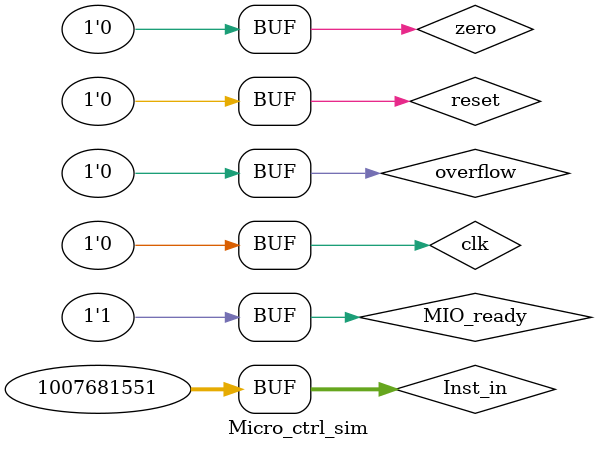
<source format=v>
`timescale 1ns / 1ps


module Micro_ctrl_sim;

	// Inputs
	reg clk;
	reg reset;
	reg [31:0] Inst_in;
	reg zero;
	reg overflow;
	reg MIO_ready;

	// Outputs
	wire MemRead;
	wire MemWrite;
	wire [2:0] ALU_operation;
	wire [4:0] state_out;
	wire CPU_MIO;
	wire IorD;
	wire IRWrite;
	wire [1:0] RegDst;
	wire RegWrite;
	wire [1:0] MemtoReg;
	wire ALUSrcA;
	wire [1:0] ALUSrcB;
	wire [1:0] PCSource;
	wire PCWrite;
	wire PCWriteCond;
	wire Branch;

	// Instantiate the Unit Under Test (UUT)
	Micro_ctrl uut (
		.clk(clk), 
		.reset(reset), 
		.Inst_in(Inst_in), 
		.zero(zero), 
		.overflow(overflow), 
		.MIO_ready(MIO_ready), 
		.MemRead(MemRead), 
		.MemWrite(MemWrite), 
		.ALU_operation(ALU_operation), 
		.state_out(state_out), 
		.CPU_MIO(CPU_MIO), 
		.IorD(IorD), 
		.IRWrite(IRWrite), 
		.RegDst(RegDst), 
		.RegWrite(RegWrite), 
		.MemtoReg(MemtoReg), 
		.ALUSrcA(ALUSrcA), 
		.ALUSrcB(ALUSrcB), 
		.PCSource(PCSource), 
		.PCWrite(PCWrite), 
		.PCWriteCond(PCWriteCond), 
		.Branch(Branch)
	);

	initial begin
			// Initialize Inputs
		clk = 0;
		reset = 1;
		Inst_in = 0;
		zero = 0;
		overflow = 0;
		MIO_ready = 1;

		#10;
		reset = 0;
		// R-type
		Inst_in = 32'b000000_00000_00000_00000_00000_100000;// add $s0<=$zero+$zero
		#80;
		// I-type
		Inst_in = 32'b001000_00000_01000_0000000000000001;// addi $t0<=$zero+1
		#80;
		// condition
		Inst_in = 32'b000100_10110_10111_1111111111101110;// beq $s6 $s7 1111111111101110
		#60; 
		zero = 1;
		#60;
		Inst_in = 32'b000101_10110_10111_1111111111101110;// bne $s6 $s7 1111111111101110
		#60;
		zero = 0;
		#60;
		// sw
		Inst_in = 32'b101011_01001_10001_0000000000010100;//sw mem[$t1+20]=$s1
		#80;
		// lw
		Inst_in = 32'b100011_01001_10001_0000000000010100;//lw $s1=$t1+20
		#100
		// jump
		Inst_in = 32'b000010_00000000000000000000001000;//j
		#60;
		Inst_in = 32'b000011_00000000000000010000000000;//jal
		#60;
		Inst_in = 32'b000000_10000_00000_00000_00000_001000;//jr $31
		#60
		// lui
		Inst_in = 32'b001111_00000_10000_0000000000001111;//lui $8=15*65536
		
	end
	
	always begin
		clk = 1;#10;
		clk = 0;#10;
	end
      
endmodule


</source>
